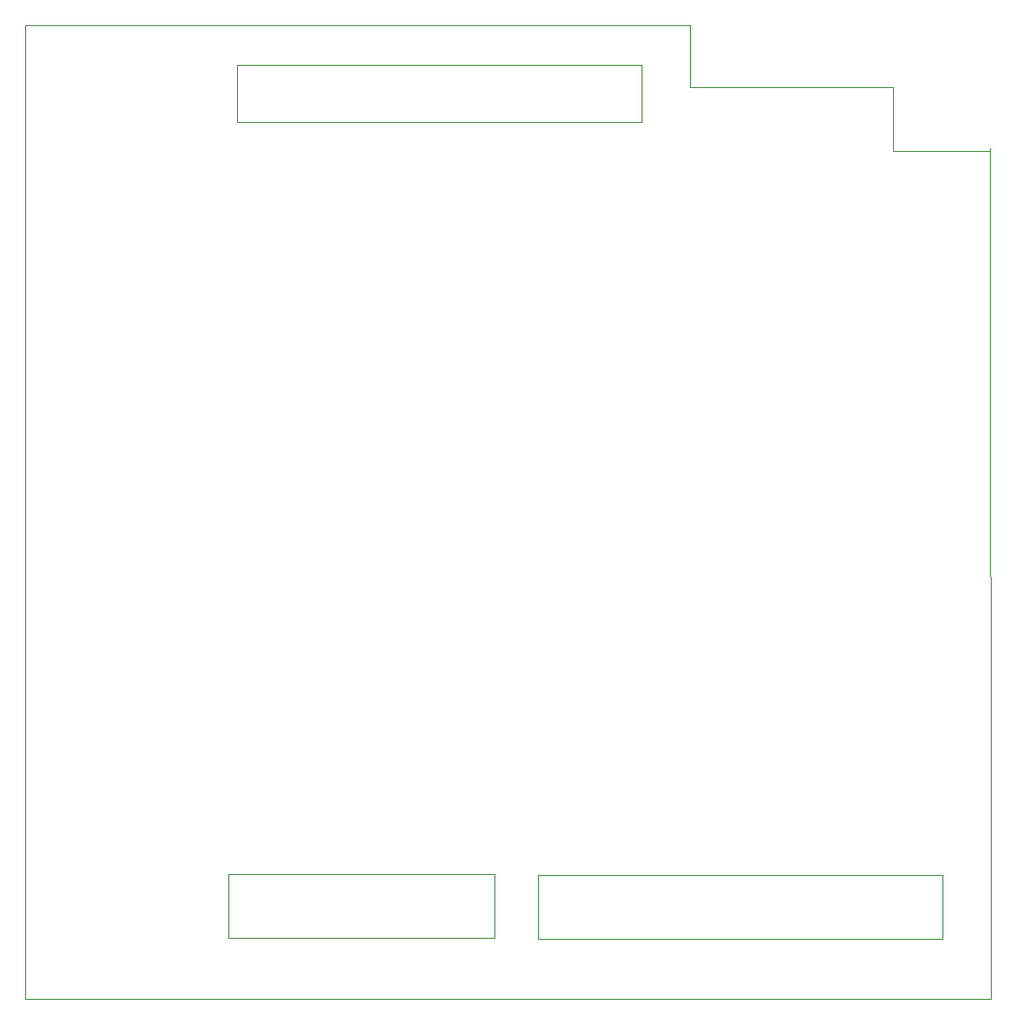
<source format=gbo>
G04 #@! TF.GenerationSoftware,KiCad,Pcbnew,7.0.2*
G04 #@! TF.CreationDate,2023-07-28T18:03:51+01:00*
G04 #@! TF.ProjectId,ECS-Prototype,4543532d-5072-46f7-946f-747970652e6b,1.4*
G04 #@! TF.SameCoordinates,Original*
G04 #@! TF.FileFunction,Legend,Bot*
G04 #@! TF.FilePolarity,Positive*
%FSLAX46Y46*%
G04 Gerber Fmt 4.6, Leading zero omitted, Abs format (unit mm)*
G04 Created by KiCad (PCBNEW 7.0.2) date 2023-07-28 18:03:51*
%MOMM*%
%LPD*%
G01*
G04 APERTURE LIST*
%ADD10C,0.100000*%
G04 APERTURE END LIST*
D10*
X226290000Y-140940000D02*
X226290000Y-55840000D01*
X310790000Y-140940000D02*
X226290000Y-140940000D01*
X310790000Y-140940000D02*
X310770000Y-66540000D01*
X302290000Y-66740000D02*
X310770000Y-66740000D01*
X284490000Y-61140000D02*
X302290000Y-61140000D01*
X302290000Y-61140000D02*
X302290000Y-66740000D01*
X226290000Y-55740000D02*
X284490000Y-55740000D01*
X284490000Y-55740000D02*
X284490000Y-61140000D01*
X306565000Y-135640000D02*
X271165000Y-135640000D01*
X271165000Y-135640000D02*
X271165000Y-130050000D01*
X271165000Y-130050000D02*
X306565000Y-130050000D01*
X306565000Y-130050000D02*
X306565000Y-135640000D01*
X267390000Y-135630000D02*
X244090000Y-135630000D01*
X244090000Y-135630000D02*
X244090000Y-130040000D01*
X244090000Y-130040000D02*
X267390000Y-130040000D01*
X267390000Y-130040000D02*
X267390000Y-135630000D01*
X280270000Y-64240000D02*
X244870000Y-64240000D01*
X244870000Y-64240000D02*
X244870000Y-59240000D01*
X244870000Y-59240000D02*
X280270000Y-59240000D01*
X280270000Y-59240000D02*
X280270000Y-64240000D01*
M02*

</source>
